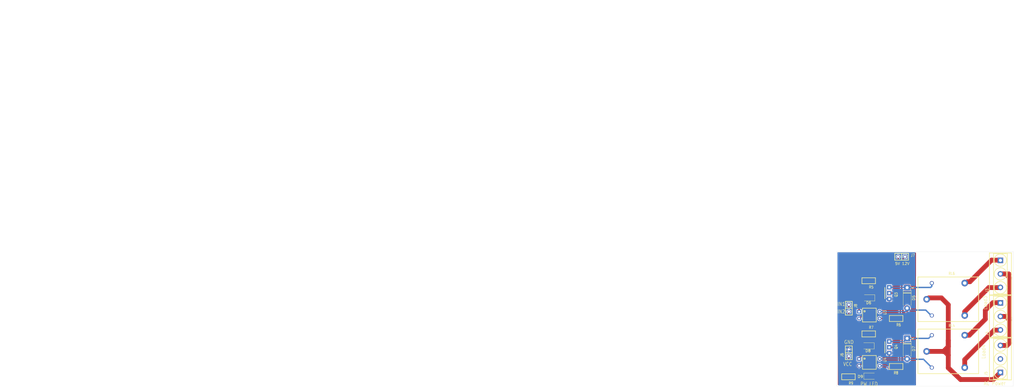
<source format=kicad_pcb>
(kicad_pcb (version 20211014) (generator pcbnew)
  (layers (0 "F.Cu" signal) (31 "B.Cu" signal) (34 "B.Paste" user) (35 "F.Paste" user) (36 "B.SilkS" user "B.Silkscreen") (37 "F.SilkS" user "F.Silkscreen") (38 "B.Mask" user) (39 "F.Mask" user) (44 "Edge.Cuts" user))
  (net 0 "")
  (net 1 "+5V")
  (net 2 "GND")
  (net 3 "P")
  (net 4 "Net-(D5-Pad1)")
  (net 5 "Net-(D6-Pad1)")
  (net 6 "Net-(D7-Pad1)")
  (net 7 "Net-(D8-Pad1)")
  (net 8 "Net-(D9-Pad1)")
  (net 9 "Net-(J3-Pad1)")
  (net 10 "Net-(J3-Pad3)")
  (net 11 "Net-(J4-Pad1)")
  (net 12 "Net-(J4-Pad3)")
  (net 14 "rly3")
  (net 15 "rly4")
  (net 16 "Net-(Q3-Pad2)")
  (net 17 "Net-(Q4-Pad2)")
  (net 18 "Net-(R5-Pad1)")
  (net 19 "Net-(R6-Pad2)")
  (net 20 "Net-(R7-Pad1)")
  (net 21 "Net-(R8-Pad2)")
  (net 22 "N")
  (net 23 "12V")
  (footprint "EasyEDA:TO92-INLINExx96xvaluexx96xBC547B" (layer "F.Cu") (at 129.286 134.874 -90)
    (fp_text reference "Q4" (at 0.762 -2.54 90) (layer "F.SilkS") (effects (font (size 1.029 0.857) (thickness 0.142)) (justify left)))
    (fp_text value "BC547A" hide)
    (fp_line (start -2.083 1.651) (end 2.083 1.651) (layer "F.SilkS") (width 0.254))
    (pad "1" thru_hole rect (at -2.159 0 270) (size 1.676 1.676) (drill 0.813) (layers *.Cu *.Paste *.Mask) (net 6 "Net-(D7-Pad1)"))
    (pad "2" thru_hole rect (at 0 0 270) (size 1.676 1.676) (drill 0.813) (layers *.Cu *.Paste *.Mask) (net 17 "Net-(Q4-Pad2)"))
    (pad "3" thru_hole rect (at 2.159 0 270) (size 1.676 1.676) (drill 0.813) (layers *.Cu *.Paste *.Mask) (net 2 "GND"))
  )
  (footprint "LED_SMD:LED_1206_3216Metric" (layer "F.Cu") (at 121.412 134.366 180)
    (fp_text reference "D8" (at 0 -1.82 180) (layer "F.SilkS"))
    (fp_text value "SMD LED")
    (fp_line (start -2.285 -1.135) (end -2.285 1.135) (layer "F.SilkS") (width 0.12))
    (fp_line (start 1.6 -1.135) (end -2.285 -1.135) (layer "F.SilkS") (width 0.12))
    (fp_line (start -2.285 1.135) (end 1.6 1.135) (layer "F.SilkS") (width 0.12))
    (pad "1" smd roundrect (at -1.4 0 180) (size 1.25 1.75) (layers "F.Cu" "F.Paste" "F.Mask") (roundrect_rratio 0.2) (net 7 "Net-(D8-Pad1)") (clearance 0.2))
    (pad "2" smd roundrect (at 1.4 0 180) (size 1.25 1.75) (layers "F.Cu" "F.Paste" "F.Mask") (roundrect_rratio 0.2) (net 15 "rly4"))
  )
  (footprint "EasyEDA:H3-5.0-15.5X8.0MMxx96xvaluexx96xAC In" (layer "F.Cu") (at 170.434 139.192 180)
    (fp_text reference "J5" (at 5.334 -6.223 90) (layer "F.SilkS") (effects (font (size 1.029 0.857) (thickness 0.142)) (justify left)))
    (fp_text value "ExternalPower" hide)
    (fp_line (start -4.064 -7.747) (end 4.064 -7.747) (layer "F.SilkS") (width 0.254))
    (fp_line (start 2.54 -7.493) (end 2.54 7.493) (layer "F.SilkS") (width 0.254))
    (fp_line (start 4.064 -7.747) (end 4.064 7.747) (layer "F.SilkS") (width 0.254))
    (fp_line (start -4.064 7.747) (end -4.064 -7.747) (layer "F.SilkS") (width 0.254))
    (fp_line (start 2.54 7.493) (end -2.54 7.493) (layer "F.SilkS") (width 0.254))
    (fp_line (start -2.54 -7.493) (end 2.54 -7.493) (layer "F.SilkS") (width 0.254))
    (fp_line (start -2.54 7.493) (end -2.54 -7.493) (layer "F.SilkS") (width 0.254))
    (fp_line (start 4.064 7.747) (end -4.064 7.747) (layer "F.SilkS") (width 0.254))
    (fp_circle (center 0 5.08) (end 2.286 5.08) (layer "F.SilkS") (width 0.254) (fill none))
    (fp_circle (center 0 0) (end 2.286 0) (layer "F.SilkS") (width 0.254) (fill none))
    (fp_circle (center 0 -5.08) (end 2.286 -5.08) (layer "F.SilkS") (width 0.254) (fill none))
    (pad "1" thru_hole rect (at 0 -5.004 180) (size 2.032 2.032) (drill 1.168) (layers *.Cu *.Paste *.Mask) (net 3 "P"))
    (pad "2" thru_hole circle (at 0 0 180) (size 2.032 2.032) (drill 1.168) (layers *.Cu *.Paste *.Mask))
    (pad "3" thru_hole circle (at 0 5.004 180) (size 2.032 2.032) (drill 1.168) (layers *.Cu *.Paste *.Mask) (net 22 "N"))
  )
  (footprint "EasyEDA:R1206xx96xvaluexx96x1k" (layer "F.Cu") (at 115.57 145.796 180)
    (fp_text reference "R9" (at 1.4 -2.37) (layer "F.SilkS") (effects (font (size 1.029 0.857) (thickness 0.142)) (justify left)))
    (fp_text value "1k" hide)
    (fp_line (start -1.1 -1.1) (end 3.9 -1.1) (layer "F.SilkS") (width 0.229))
    (fp_line (start -1.1 1.1) (end -1.1 -1.1) (layer "F.SilkS") (width 0.229))
    (fp_line (start 3.9 1.1) (end -1.1 1.1) (layer "F.SilkS") (width 0.229))
    (fp_line (start 3.9 -1.1) (end 3.9 1.1) (layer "F.SilkS") (width 0.229))
    (pad "1" smd rect (at 0 0 180) (size 1.6 1.6) (layers "F.Cu" "F.Paste" "F.Mask") (net 8 "Net-(D9-Pad1)"))
    (pad "2" smd rect (at 2.799 0 180) (size 1.6 1.6) (layers "F.Cu" "F.Paste" "F.Mask") (net 1 "+5V"))
  )
  (footprint "EasyEDA:DIP4xx96xvaluexx96xPCF817" (layer "F.Cu") (at 118.11 139.192 -90)
    (fp_text reference "U4" (at 1.27 -9.588 90) (layer "F.SilkS") (effects (font (size 1.029 0.857) (thickness 0.142)) (justify left)))
    (fp_text value "PCF817" hide)
    (fp_line (start 3.81 -6.35) (end -1.27 -6.35) (layer "F.SilkS") (width 0.229))
    (fp_line (start 3.81 -1.27) (end 3.81 -6.35) (layer "F.SilkS") (width 0.229))
    (fp_line (start -1.27 -1.27) (end 3.81 -1.27) (layer "F.SilkS") (width 0.229))
    (fp_line (start -1.27 -6.35) (end -1.27 -1.27) (layer "F.SilkS") (width 0.229))
    (fp_circle (center -0.127 -2.032) (end 0.127 -2.032) (layer "F.SilkS") (width 0.254) (fill none))
    (pad "1" thru_hole rect (at 0 0 270) (size 1.397 1.397) (drill 0.711) (layers *.Cu *.Paste *.Mask) (net 20 "Net-(R7-Pad1)"))
    (pad "2" thru_hole circle (at 2.54 0 270) (size 1.397 1.397) (drill 0.711) (layers *.Cu *.Paste *.Mask) (net 7 "Net-(D8-Pad1)") (clearance 0.2))
    (pad "3" thru_hole circle (at 2.54 -7.62 270) (size 1.397 1.397) (drill 0.711) (layers *.Cu *.Paste *.Mask) (net 21 "Net-(R8-Pad2)"))
    (pad "4" thru_hole circle (at 0 -7.62 270) (size 1.397 1.397) (drill 0.711) (layers *.Cu *.Paste *.Mask) (net 23 "12V"))
  )
  (footprint "EasyEDA:M1X2xx96xvaluexx96xPW In" (layer "F.Cu") (at 114.3 120.396 -90)
    (fp_text reference "J8" (at 0 -2.54 -270) (layer "F.SilkS") (effects (font (size 1.029 0.857) (thickness 0.142)) (justify left)))
    (fp_text value "input" hide)
    (fp_line (start 2.54 1.27) (end 0 1.27) (layer "F.SilkS") (width 0.254))
    (fp_line (start 2.54 -1.27) (end 2.54 1.27) (layer "F.SilkS") (width 0.254))
    (fp_line (start -2.54 -1.27) (end 0 -1.27) (layer "F.SilkS") (width 0.254))
    (fp_line (start -2.54 1.27) (end -2.54 -1.27) (layer "F.SilkS") (width 0.254))
    (fp_line (start 0 1.27) (end 0 -1.27) (layer "F.SilkS") (width 0.254))
    (fp_line (start 0 -1.27) (end 2.54 -1.27) (layer "F.SilkS") (width 0.254))
    (fp_line (start 0 1.27) (end -2.54 1.27) (layer "F.SilkS") (width 0.254))
    (pad "1" thru_hole rect (at -1.27 0 270) (size 1.199 1.199) (drill 0.798) (layers *.Cu *.Paste *.Mask) (net 14 "rly3"))
    (pad "2" thru_hole circle (at 1.27 0 270) (size 1.199 1.199) (drill 0.798) (layers *.Cu *.Paste *.Mask) (net 15 "rly4"))
  )
  (footprint "EasyEDA:DIP4xx96xvaluexx96xPCF817" (layer "F.Cu") (at 118.11 121.666 -90)
    (fp_text reference "U3" (at 1.27 -9.588 90) (layer "F.SilkS") (effects (font (size 1.029 0.857) (thickness 0.142)) (justify left)))
    (fp_text value "PCF817" hide)
    (fp_line (start 3.81 -1.27) (end 3.81 -6.35) (layer "F.SilkS") (width 0.229))
    (fp_line (start 3.81 -6.35) (end -1.27 -6.35) (layer "F.SilkS") (width 0.229))
    (fp_line (start -1.27 -6.35) (end -1.27 -1.27) (layer "F.SilkS") (width 0.229))
    (fp_line (start -1.27 -1.27) (end 3.81 -1.27) (layer "F.SilkS") (width 0.229))
    (fp_circle (center -0.127 -2.032) (end 0.127 -2.032) (layer "F.SilkS") (width 0.254) (fill none))
    (pad "1" thru_hole rect (at 0 0 270) (size 1.397 1.397) (drill 0.711) (layers *.Cu *.Paste *.Mask) (net 18 "Net-(R5-Pad1)"))
    (pad "2" thru_hole circle (at 2.54 0 270) (size 1.397 1.397) (drill 0.711) (layers *.Cu *.Paste *.Mask) (net 5 "Net-(D6-Pad1)"))
    (pad "3" thru_hole circle (at 2.54 -7.62 270) (size 1.397 1.397) (drill 0.711) (layers *.Cu *.Paste *.Mask) (net 19 "Net-(R6-Pad2)"))
    (pad "4" thru_hole circle (at 0 -7.62 270) (size 1.397 1.397) (drill 0.711) (layers *.Cu *.Paste *.Mask) (net 23 "12V"))
  )
  (footprint "LED_SMD:LED_1206_3216Metric" (layer "F.Cu") (at 122.174 145.542)
    (fp_text reference "D9" (at -3.588 0.18) (layer "F.SilkS"))
    (fp_text value "SMD LED")
    (fp_line (start -2.285 -1.135) (end -2.285 1.135) (layer "F.SilkS") (width 0.12))
    (fp_line (start -2.285 1.135) (end 1.6 1.135) (layer "F.SilkS") (width 0.12))
    (fp_line (start 1.6 -1.135) (end -2.285 -1.135) (layer "F.SilkS") (width 0.12))
    (pad "1" smd roundrect (at -1.4 0) (size 1.25 1.75) (layers "F.Cu" "F.Paste" "F.Mask") (roundrect_rratio 0.2) (net 8 "Net-(D9-Pad1)"))
    (pad "2" smd roundrect (at 1.4 0) (size 1.25 1.75) (layers "F.Cu" "F.Paste" "F.Mask") (roundrect_rratio 0.2) (net 2 "GND"))
  )
  (footprint "Diode_THT:D_DO-41_SOD81_P7.62mm_Horizontal" (layer "F.Cu") (at 135.89 112.776 -90)
    (fp_text reference "D5" (at 3.81 -2.47 -90) (layer "F.SilkS"))
    (fp_text value "1N4007")
    (fp_text user "K" (at 0 -2.1 -90) (layer "F.SilkS"))
    (fp_line (start 6.53 -1.47) (end 6.53 -1.34) (layer "F.SilkS") (width 0.12))
    (fp_line (start 1.87 -1.47) (end 1.87 1.47) (layer "F.SilkS") (width 0.12))
    (fp_line (start 1.09 1.47) (end 6.53 1.47) (layer "F.SilkS") (width 0.12))
    (fp_line (start 1.09 -1.47) (end 6.53 -1.47) (layer "F.SilkS") (width 0.12))
    (fp_line (start 1.09 1.34) (end 1.09 1.47) (layer "F.SilkS") (width 0.12))
    (fp_line (start 2.11 -1.47) (end 2.11 1.47) (layer "F.SilkS") (width 0.12))
    (fp_line (start 1.09 -1.34) (end 1.09 -1.47) (layer "F.SilkS") (width 0.12))
    (fp_line (start 6.53 1.47) (end 6.53 1.34) (layer "F.SilkS") (width 0.12))
    (fp_line (start 1.99 -1.47) (end 1.99 1.47) (layer "F.SilkS") (width 0.12))
    (pad "1" thru_hole rect (at 0 0 270) (size 2.2 2.2) (drill 1.1) (layers *.Cu *.Mask) (net 4 "Net-(D5-Pad1)") (clearance 0.2))
    (pad "2" thru_hole oval (at 7.62 0 270) (size 2.2 2.2) (drill 1.1) (layers *.Cu *.Mask) (net 23 "12V"))
  )
  (footprint "EasyEDA:R1206xx96xvaluexx96x1k" (layer "F.Cu") (at 123.066 110.236 180)
    (fp_text reference "R5" (at 1.4 -2.37) (layer "F.SilkS") (effects (font (size 1.029 0.857) (thickness 0.142)) (justify left)))
    (fp_text value "1k" hide)
    (fp_line (start -1.1 -1.1) (end 3.9 -1.1) (layer "F.SilkS") (width 0.229))
    (fp_line (start -1.1 1.1) (end -1.1 -1.1) (layer "F.SilkS") (width 0.229))
    (fp_line (start 3.9 -1.1) (end 3.9 1.1) (layer "F.SilkS") (width 0.229))
    (fp_line (start 3.9 1.1) (end -1.1 1.1) (layer "F.SilkS") (width 0.229))
    (pad "1" smd rect (at 0 0 180) (size 1.6 1.6) (layers "F.Cu" "F.Paste" "F.Mask") (net 18 "Net-(R5-Pad1)"))
    (pad "2" smd rect (at 2.799 0 180) (size 1.6 1.6) (layers "F.Cu" "F.Paste" "F.Mask") (net 1 "+5V"))
  )
  (footprint "EasyEDA:M1X2xx96xvaluexx96xPW In" (layer "F.Cu") (at 114.3 136.906 90)
    (fp_text reference "J6" (at 0 -2.54 90) (layer "F.SilkS") (effects (font (size 1.029 0.857) (thickness 0.142)) (justify right)))
    (fp_text value "pwr" hide)
    (fp_line (start 2.54 1.27) (end 0 1.27) (layer "F.SilkS") (width 0.254))
    (fp_line (start 2.54 -1.27) (end 2.54 1.27) (layer "F.SilkS") (width 0.254))
    (fp_line (start 0 -1.27) (end 2.54 -1.27) (layer "F.SilkS") (width 0.254))
    (fp_line (start -2.54 -1.27) (end 0 -1.27) (layer "F.SilkS") (width 0.254))
    (fp_line (start -2.54 1.27) (end -2.54 -1.27) (layer "F.SilkS") (width 0.254))
    (fp_line (start 0 1.27) (end -2.54 1.27) (layer "F.SilkS") (width 0.254))
    (fp_line (start 0 1.27) (end 0 -1.27) (layer "F.SilkS") (width 0.254))
    (pad "1" thru_hole rect (at -1.27 0 90) (size 1.199 1.199) (drill 0.798) (layers *.Cu *.Paste *.Mask) (net 1 "+5V"))
    (pad "2" thru_hole circle (at 1.27 0 90) (size 1.199 1.199) (drill 0.798) (layers *.Cu *.Paste *.Mask) (net 2 "GND"))
  )
  (footprint "Diode_THT:D_DO-41_SOD81_P7.62mm_Horizontal" (layer "F.Cu") (at 135.89 131.572 -90)
    (fp_text reference "D7" (at 3.81 -2.47 -90) (layer "F.SilkS"))
    (fp_text value "1N4007")
    (fp_text user "K" (at 0 -2.1 -90) (layer "F.SilkS"))
    (fp_line (start 6.53 -1.47) (end 6.53 -1.34) (layer "F.SilkS") (width 0.12))
    (fp_line (start 1.09 1.34) (end 1.09 1.47) (layer "F.SilkS") (width 0.12))
    (fp_line (start 1.09 -1.47) (end 6.53 -1.47) (layer "F.SilkS") (width 0.12))
    (fp_line (start 1.87 -1.47) (end 1.87 1.47) (layer "F.SilkS") (width 0.12))
    (fp_line (start 1.09 -1.34) (end 1.09 -1.47) (layer "F.SilkS") (width 0.12))
    (fp_line (start 1.99 -1.47) (end 1.99 1.47) (layer "F.SilkS") (width 0.12))
    (fp_line (start 2.11 -1.47) (end 2.11 1.47) (layer "F.SilkS") (width 0.12))
    (fp_line (start 6.53 1.47) (end 6.53 1.34) (layer "F.SilkS") (width 0.12))
    (fp_line (start 1.09 1.47) (end 6.53 1.47) (layer "F.SilkS") (width 0.12))
    (pad "1" thru_hole rect (at 0 0 270) (size 2.2 2.2) (drill 1.1) (layers *.Cu *.Mask) (net 6 "Net-(D7-Pad1)"))
    (pad "2" thru_hole oval (at 7.62 0 270) (size 2.2 2.2) (drill 1.1) (layers *.Cu *.Mask) (net 23 "12V"))
  )
  (footprint "EasyEDA:M1X2xx96xvaluexx96xPW In" (layer "F.Cu") (at 133.858 101.346 180)
    (fp_text reference "J7" (at -3.302 0.508) (layer "F.SilkS") (effects (font (size 1.029 0.857) (thickness 0.142)) (justify left)))
    (fp_text value "Vcc" hide)
    (fp_line (start -2.54 1.27) (end -2.54 -1.27) (layer "F.SilkS") (width 0.254))
    (fp_line (start 0 -1.27) (end 2.54 -1.27) (layer "F.SilkS") (width 0.254))
    (fp_line (start 2.54 1.27) (end 0 1.27) (layer "F.SilkS") (width 0.254))
    (fp_line (start 2.54 -1.27) (end 2.54 1.27) (layer "F.SilkS") (width 0.254))
    (fp_line (start 0 1.27) (end 0 -1.27) (layer "F.SilkS") (width 0.254))
    (fp_line (start 0 1.27) (end -2.54 1.27) (layer "F.SilkS") (width 0.254))
    (fp_line (start -2.54 -1.27) (end 0 -1.27) (layer "F.SilkS") (width 0.254))
    (pad "1" thru_hole rect (at -1.27 0 180) (size 1.199 1.199) (drill 0.798) (layers *.Cu *.Paste *.Mask) (net 23 "12V"))
    (pad "2" thru_hole circle (at 1.27 0 180) (size 1.199 1.199) (drill 0.798) (layers *.Cu *.Paste *.Mask) (net 1 "+5V"))
  )
  (footprint "EasyEDA:R1206xx96xvaluexx96x1k" (layer "F.Cu") (at 120.266 129.921)
    (fp_text reference "R7" (at 1.4 -2.37 -180) (layer "F.SilkS") (effects (font (size 1.029 0.857) (thickness 0.142)) (justify left)))
    (fp_text value "1k" hide)
    (fp_line (start -1.1 1.1) (end -1.1 -1.1) (layer "F.SilkS") (width 0.229))
    (fp_line (start -1.1 -1.1) (end 3.9 -1.1) (layer "F.SilkS") (width 0.229))
    (fp_line (start 3.9 -1.1) (end 3.9 1.1) (layer "F.SilkS") (width 0.229))
    (fp_line (start 3.9 1.1) (end -1.1 1.1) (layer "F.SilkS") (width 0.229))
    (pad "1" smd rect (at 0 0) (size 1.6 1.6) (layers "F.Cu" "F.Paste" "F.Mask") (net 20 "Net-(R7-Pad1)"))
    (pad "2" smd rect (at 2.799 0) (size 1.6 1.6) (layers "F.Cu" "F.Paste" "F.Mask") (net 1 "+5V"))
  )
  (footprint "LED_SMD:LED_1206_3216Metric" (layer "F.Cu") (at 121.666 116.586 180)
    (fp_text reference "D6" (at 0 -1.82) (layer "F.SilkS"))
    (fp_text value "SMD LED")
    (fp_line (start 1.6 -1.135) (end -2.285 -1.135) (layer "F.SilkS") (width 0.12))
    (fp_line (start -2.285 -1.135) (end -2.285 1.135) (layer "F.SilkS") (width 0.12))
    (fp_line (start -2.285 1.135) (end 1.6 1.135) (layer "F.SilkS") (width 0.12))
    (pad "1" smd roundrect (at -1.4 0 180) (size 1.25 1.75) (layers "F.Cu" "F.Paste" "F.Mask") (roundrect_rratio 0.2) (net 5 "Net-(D6-Pad1)") (clearance 0.2))
    (pad "2" smd roundrect (at 1.4 0 180) (size 1.25 1.75) (layers "F.Cu" "F.Paste" "F.Mask") (roundrect_rratio 0.2) (net 14 "rly3"))
  )
  (footprint "EasyEDA:Omron_G5LE_SPDT_Relayxx96xvaluexx96x12v" (layer "F.Cu") (at 151.13 136.398)
    (fp_text reference "RL4" (at 0 -9.52) (layer "F.SilkS") (effects (font (size 1.029 0.857) (thickness 0.142)) (justify left)))
    (fp_text value "12v RLY" hide)
    (fp_line (start 11.25 -8.25) (end 11.25 8.25) (layer "F.SilkS") (width 0.254))
    (fp_line (start 11.25 8.25) (end -11.25 8.25) (layer "F.SilkS") (width 0.254))
    (fp_line (start -11.25 -8.25) (end 11.25 -8.25) (layer "F.SilkS") (width 0.254))
    (fp_line (start -11.25 8.25) (end -11.25 -8.25) (layer "F.SilkS") (width 0.254))
    (pad "1" thru_hole circle (at -8.001 0) (size 2.456 2.456) (drill 1.3) (layers *.Cu *.Paste *.Mask) (net 3 "P"))
    (pad "2" thru_hole circle (at -6.096 5.999) (size 1.491 1.491) (drill 1) (layers *.Cu *.Paste *.Mask) (net 23 "12V"))
    (pad "3" thru_hole circle (at 6.096 5.999) (size 2.456 2.456) (drill 1.3) (layers *.Cu *.Paste *.Mask) (net 12 "Net-(J4-Pad3)"))
    (pad "4" thru_hole circle (at 6.096 -5.999) (size 2.456 2.456) (drill 1.3) (layers *.Cu *.Paste *.Mask) (net 11 "Net-(J4-Pad1)"))
    (pad "5" thru_hole circle (at -6.096 -5.999) (size 1.491 1.491) (drill 1) (layers *.Cu *.Paste *.Mask) (net 6 "Net-(D7-Pad1)"))
  )
  (footprint "EasyEDA:R1206xx96xvaluexx96x1k" (layer "F.Cu") (at 133.226 141.986 180)
    (fp_text reference "R8" (at 0.511 -2.37) (layer "F.SilkS") (effects (font (size 1.029 0.857) (thickness 0.142)) (justify right)))
    (fp_text value "1k" hide)
    (fp_line (start -1.1 -1.1) (end 3.9 -1.1) (layer "F.SilkS") (width 0.229))
    (fp_line (start -1.1 1.1) (end -1.1 -1.1) (layer "F.SilkS") (width 0.229))
    (fp_line (start 3.9 -1.1) (end 3.9 1.1) (layer "F.SilkS") (width 0.229))
    (fp_line (start 3.9 1.1) (end -1.1 1.1) (layer "F.SilkS") (width 0.229))
    (pad "1" smd rect (at 0 0 180) (size 1.6 1.6) (layers "F.Cu" "F.Paste" "F.Mask") (net 17 "Net-(Q4-Pad2)"))
    (pad "2" smd rect (at 2.799 0 180) (size 1.6 1.6) (layers "F.Cu" "F.Paste" "F.Mask") (net 21 "Net-(R8-Pad2)"))
  )
  (footprint "EasyEDA:R1206xx96xvaluexx96x1k" (layer "F.Cu") (at 133.226 124.206 180)
    (fp_text reference "R6" (at 1.4 -2.37) (layer "F.SilkS") (effects (font (size 1.029 0.857) (thickness 0.142)) (justify left)))
    (fp_text value "1k" hide)
    (fp_line (start -1.1 -1.1) (end 3.9 -1.1) (layer "F.SilkS") (width 0.229))
    (fp_line (start 3.9 1.1) (end -1.1 1.1) (layer "F.SilkS") (width 0.229))
    (fp_line (start 3.9 -1.1) (end 3.9 1.1) (layer "F.SilkS") (width 0.229))
    (fp_line (start -1.1 1.1) (end -1.1 -1.1) (layer "F.SilkS") (width 0.229))
    (pad "1" smd rect (at 0 0 180) (size 1.6 1.6) (layers "F.Cu" "F.Paste" "F.Mask") (net 16 "Net-(Q3-Pad2)"))
    (pad "2" smd rect (at 2.799 0 180) (size 1.6 1.6) (layers "F.Cu" "F.Paste" "F.Mask") (net 19 "Net-(R6-Pad2)"))
  )
  (footprint "EasyEDA:TO92-INLINExx96xvaluexx96xBC547B" (layer "F.Cu") (at 129.286 114.808 -90)
    (fp_text reference "Q3" (at 1.524 -2.54 90) (layer "F.SilkS") (effects (font (size 1.029 0.857) (thickness 0.142)) (justify left)))
    (fp_text value "BC547A" hide)
    (fp_line (start -2.083 1.651) (end 2.083 1.651) (layer "F.SilkS") (width 0.254))
    (pad "1" thru_hole rect (at -2.159 0 270) (size 1.676 1.676) (drill 0.813) (layers *.Cu *.Paste *.Mask) (net 4 "Net-(D5-Pad1)"))
    (pad "2" thru_hole rect (at 0 0 270) (size 1.676 1.676) (drill 0.813) (layers *.Cu *.Paste *.Mask) (net 16 "Net-(Q3-Pad2)"))
    (pad "3" thru_hole rect (at 2.159 0 270) (size 1.676 1.676) (drill 0.813) (layers *.Cu *.Paste *.Mask) (net 2 "GND"))
  )
  (footprint "EasyEDA:Omron_G5LE_SPDT_Relayxx96xvaluexx96x12v" (layer "F.Cu") (at 151.13 117.094)
    (fp_text reference "RL6" (at 0 -9.52) (layer "F.SilkS") (effects (font (size 1.029 0.857) (thickness 0.142)) (justify left)))
    (fp_text value "12v RLY" hide)
    (fp_line (start 11.25 8.25) (end -11.25 8.25) (layer "F.SilkS") (width 0.254))
    (fp_line (start -11.25 8.25) (end -11.25 -8.25) (layer "F.SilkS") (width 0.254))
    (fp_line (start 11.25 -8.25) (end 11.25 8.25) (layer "F.SilkS") (width 0.254))
    (fp_line (start -11.25 -8.25) (end 11.25 -8.25) (layer "F.SilkS") (width 0.254))
    (pad "1" thru_hole circle (at -8.001 0) (size 2.456 2.456) (drill 1.3) (layers *.Cu *.Paste *.Mask) (net 3 "P"))
    (pad "2" thru_hole circle (at -6.096 5.999) (size 1.491 1.491) (drill 1) (layers *.Cu *.Paste *.Mask) (net 23 "12V"))
    (pad "3" thru_hole circle (at 6.096 5.999) (size 2.456 2.456) (drill 1.3) (layers *.Cu *.Paste *.Mask) (net 10 "Net-(J3-Pad3)"))
    (pad "4" thru_hole circle (at 6.096 -5.999) (size 2.456 2.456) (drill 1.3) (layers *.Cu *.Paste *.Mask) (net 9 "Net-(J3-Pad1)"))
    (pad "5" thru_hole circle (at -6.096 -5.999) (size 1.491 1.491) (drill 1) (layers *.Cu *.Paste *.Mask) (net 4 "Net-(D5-Pad1)"))
  )
  (footprint "EasyEDA:H3-5.0-15.5X8.0MMxx96xvaluexx96xAC In" (layer "F.Cu") (at 170.434 123.444)
    (fp_text reference "J4" (at -4.953 7.112 -270) (layer "F.SilkS") (effects (font (size 1.029 0.857) (thickness 0.142)) (justify left)))
    (fp_text value "Load4" hide)
    (fp_line (start -4.064 7.747) (end -4.064 -7.747) (layer "F.SilkS") (width 0.254))
    (fp_line (start 4.064 7.747) (end -4.064 7.747) (layer "F.SilkS") (width 0.254))
    (fp_line (start 4.064 -7.747) (end 4.064 7.747) (layer "F.SilkS") (width 0.254))
    (fp_line (start -4.064 -7.747) (end 4.064 -7.747) (layer "F.SilkS") (width 0.254))
    (fp_line (start 2.54 -7.493) (end 2.54 7.493) (layer "F.SilkS") (width 0.254))
    (fp_line (start -2.54 -7.493) (end 2.54 -7.493) (layer "F.SilkS") (width 0.254))
    (fp_line (start 2.54 7.493) (end -2.54 7.493) (layer "F.SilkS") (width 0.254))
    (fp_line (start -2.54 7.493) (end -2.54 -7.493) (layer "F.SilkS") (width 0.254))
    (fp_circle (center 0 -5.08) (end 2.286 -5.08) (layer "F.SilkS") (width 0.254) (fill none))
    (fp_circle (center 0 0) (end 2.286 0) (layer "F.SilkS") (width 0.254) (fill none))
    (fp_circle (center 0 5.08) (end 2.286 5.08) (layer "F.SilkS") (width 0.254) (fill none))
    (pad "1" thru_hole rect (at 0 -5.004) (size 2.032 2.032) (drill 1.168) (layers *.Cu *.Paste *.Mask) (net 11 "Net-(J4-Pad1)"))
    (pad "2" thru_hole circle (at 0 0) (size 2.032 2.032) (drill 1.168) (layers *.Cu *.Paste *.Mask) (net 22 "N"))
    (pad "3" thru_hole circle (at 0 5.004) (size 2.032 2.032) (drill 1.168) (layers *.Cu *.Paste *.Mask) (net 12 "Net-(J4-Pad3)"))
  )
  (footprint "EasyEDA:H3-5.0-15.5X8.0MMxx96xvaluexx96xAC In" (layer "F.Cu") (at 170.434 107.696)
    (fp_text reference "J3" (at -4.953 6.985 -90) (layer "F.SilkS") (effects (font (size 1.029 0.857) (thickness 0.142)) (justify left)))
    (fp_text value "Loa3" hide)
    (fp_line (start 4.064 7.747) (end -4.064 7.747) (layer "F.SilkS") (width 0.254))
    (fp_line (start -4.064 -7.747) (end 4.064 -7.747) (layer "F.SilkS") (width 0.254))
    (fp_line (start 2.54 7.493) (end -2.54 7.493) (layer "F.SilkS") (width 0.254))
    (fp_line (start -4.064 7.747) (end -4.064 -7.747) (layer "F.SilkS") (width 0.254))
    (fp_line (start -2.54 -7.493) (end 2.54 -7.493) (layer "F.SilkS") (width 0.254))
    (fp_line (start 4.064 -7.747) (end 4.064 7.747) (layer "F.SilkS") (width 0.254))
    (fp_line (start -2.54 7.493) (end -2.54 -7.493) (layer "F.SilkS") (width 0.254))
    (fp_line (start 2.54 -7.493) (end 2.54 7.493) (layer "F.SilkS") (width 0.254))
    (fp_circle (center 0 0) (end 2.286 0) (layer "F.SilkS") (width 0.254) (fill none))
    (fp_circle (center 0 -5.08) (end 2.286 -5.08) (layer "F.SilkS") (width 0.254) (fill none))
    (fp_circle (center 0 5.08) (end 2.286 5.08) (layer "F.SilkS") (width 0.254) (fill none))
    (pad "1" thru_hole rect (at 0 -5.004) (size 2.032 2.032) (drill 1.168) (layers *.Cu *.Paste *.Mask) (net 9 "Net-(J3-Pad1)"))
    (pad "2" thru_hole circle (at 0 0) (size 2.032 2.032) (drill 1.168) (layers *.Cu *.Paste *.Mask) (net 22 "N"))
    (pad "3" thru_hole circle (at 0 5.004) (size 2.032 2.032) (drill 1.168) (layers *.Cu *.Paste *.Mask) (net 10 "Net-(J3-Pad3)"))
  )
  (gr_rect (start 109.855 99.441) (end 175.26 149.225) (layer "Edge.Cuts") (width 0.05) (fill none))
  (gr_text "GND" (at 112.522 132.969) (layer "F.SilkS") (effects (font (size 1.372 1.143) (thickness 0.142)) (justify left)))
  (gr_text "Load4" (at 164.211 139.192 90) (layer "F.SilkS") (effects (font (size 1.372 1.143) (thickness 0.142)) (justify left)))
  (gr_text "VCC" (at 112.141 141.097) (layer "F.SilkS") (effects (font (size 1.372 1.143) (thickness 0.142)) (justify left)))
  (gr_text "IN2" (at 109.982 121.666) (layer "F.SilkS") (effects (font (size 1.372 1.143) (thickness 0.142)) (justify left)))
  (gr_text "AC Power" (at 164.211 148.209) (layer "F.SilkS") (effects (font (size 1.372 1.143) (thickness 0.142)) (justify left)))
  (gr_text "PW LED" (at 118.491 148.463) (layer "F.SilkS") (effects (font (size 1.372 1.143) (thickness 0.142)) (justify left)))
  (gr_text "12V" (at 135.382 103.886) (layer "F.SilkS") (effects (font (size 1 1))))
  (gr_text "IN1" (at 109.982 118.872) (layer "F.SilkS") (effects (font (size 1.372 1.143) (thickness 0.142)) (justify left)))
  (gr_text "Load3" (at 164.846 121.031 90) (layer "F.SilkS") (effects (font (size 1.372 1.143) (thickness 0.142)) (justify left)))
  (gr_text "5V" (at 132.334 103.886) (layer "F.SilkS") (effects (font (size 1 1))))
  (segment (start 125.0188 118.2116) (end 123.444 119.7864) (width 0.5) (layer "F.Cu") (net 1))
  (segment (start 124.2568 131.1128) (end 124.2568 137.209425) (width 0.5) (layer "F.Cu") (net 1))
  (segment (start 123.444 129.542) (end 123.065 129.921) (width 0.25) (layer "F.Cu") (net 1))
  (segment (start 114.3 143.256) (end 114.8055 143.7615) (width 0.5) (layer "F.Cu") (net 1))
  (segment (start 124.2568 137.209425) (end 117.704725 143.7615) (width 0.5) (layer "F.Cu") (net 1))
  (segment (start 124.46 111.76) (end 120.65 111.76) (width 0.5) (layer "F.Cu") (net 1))
  (segment (start 114.8055 143.7615) (end 112.771 145.796) (width 0.5) (layer "F.Cu") (net 1))
  (segment (start 132.588 101.346) (end 132.588 103.632) (width 0.5) (layer "F.Cu") (net 1))
  (segment (start 123.762 130.618) (end 124.2568 131.1128) (width 0.5) (layer "F.Cu") (net 1))
  (segment (start 117.704725 143.7615) (end 114.8055 143.7615) (width 0.5) (layer "F.Cu") (net 1))
  (segment (start 125.0188 112.3188) (end 125.0188 118.2116) (width 0.5) (layer "F.Cu") (net 1))
  (segment (start 120.65 111.76) (end 120.267 111.377) (width 0.5) (layer "F.Cu") (net 1))
  (segment (start 114.3 138.176) (end 114.3 143.256) (width 0.5) (layer "F.Cu") (net 1))
  (segment (start 124.46 111.76) (end 125.0188 112.3188) (width 0.5) (layer "F.Cu") (net 1))
  (segment (start 123.444 119.7864) (end 123.444 129.542) (width 0.5) (layer "F.Cu") (net 1))
  (segment (start 124.46 111.76) (end 132.588 103.632) (width 0.5) (layer "F.Cu") (net 1))
  (segment (start 120.267 111.377) (end 120.267 110.236) (width 0.5) (layer "F.Cu") (net 1))
  (segment (start 123.065 129.921) (end 123.762 130.618) (width 0.25) (layer "F.Cu") (net 1))
  (segment (start 129.286 140.216) (end 129.286 137.033) (width 0.508) (layer "F.Cu") (net 2))
  (segment (start 123.342 145.797) (end 124.713 145.797) (width 0.508) (layer "F.Cu") (net 2))
  (segment (start 125.095 145.415) (end 125.095 144.407) (width 0.508) (layer "F.Cu") (net 2))
  (segment (start 124.713 145.797) (end 125.095 145.415) (width 0.508) (layer "F.Cu") (net 2))
  (segment (start 125.095 144.407) (end 129.286 140.216) (width 0.508) (layer "F.Cu") (net 2))
  (segment (start 129.286 137.033) (end 115.408 137.033) (width 0.508) (layer "B.Cu") (net 2))
  (segment (start 129.286 116.967) (end 127.813 116.967) (width 0.508) (layer "B.Cu") (net 2))
  (segment (start 115.408 137.033) (end 114.011 135.636) (width 0.508) (layer "B.Cu") (net 2))
  (segment (start 114.011 130.769) (end 127.813 116.967) (width 0.508) (layer "B.Cu") (net 2))
  (segment (start 114.011 135.636) (end 114.011 130.769) (width 0.508) (layer "B.Cu") (net 2))
  (segment (start 143.891 116.586) (end 148.59 116.586) (width 1.778) (layer "F.Cu") (net 3))
  (segment (start 151.13 119.126) (end 151.13 132.334) (width 1.778) (layer "F.Cu") (net 3))
  (segment (start 151.13 142.494) (end 151.13 137.795) (width 1.778) (layer "F.Cu") (net 3))
  (segment (start 149.352 136.398) (end 151.13 134.62) (width 1.778) (layer "F.Cu") (net 3))
  (segment (start 155.702 146.812) (end 151.13 142.494) (width 1.778) (layer "F.Cu") (net 3))
  (segment (start 149.352 136.398) (end 143.129 136.398) (width 1.778) (layer "F.Cu") (net 3))
  (segment (start 167.818 146.812) (end 170.434 144.196) (width 1.778) (layer "F.Cu") (net 3))
  (segment (start 148.59 116.586) (end 151.13 119.126) (width 1.778) (layer "F.Cu") (net 3))
  (segment (start 149.733 136.398) (end 151.13 137.795) (width 1.778) (layer "F.Cu") (net 3))
  (segment (start 167.818 146.812) (end 155.702 146.812) (width 1.778) (layer "F.Cu") (net 3))
  (segment (start 151.13 137.795) (end 151.13 132.334) (width 1.778) (layer "F.Cu") (net 3))
  (segment (start 149.352 136.398) (end 149.733 136.398) (width 1.778) (layer "F.Cu") (net 3))
  (segment (start 151.13 132.334) (end 151.13 134.62) (width 1.778) (layer "F.Cu") (net 3))
  (segment (start 135.89 112.713) (end 135.89 112.776) (width 0.508) (layer "B.Cu") (net 4))
  (segment (start 144.589 112.713) (end 145.034 112.268) (width 0.508) (layer "B.Cu") (net 4))
  (segment (start 135.89 112.713) (end 144.589 112.713) (width 0.508) (layer "B.Cu") (net 4))
  (segment (start 129.286 112.649) (end 135.827 112.649) (width 0.508) (layer "B.Cu") (net 4))
  (segment (start 145.034 112.268) (end 145.034 111.095) (width 0.508) (layer "B.Cu") (net 4))
  (segment (start 135.827 112.649) (end 135.89 112.713) (width 0.508) (layer "B.Cu") (net 4))
  (segment (start 119.484 122.832) (end 118.11 124.206) (width 0.508) (layer "F.Cu") (net 5))
  (segment (start 120.412 113.932) (end 119.168 113.932) (width 0.508) (layer "F.Cu") (net 5))
  (segment (start 118.808 118.617) (end 119.484 119.294) (width 0.508) (layer "F.Cu") (net 5))
  (segment (start 118.808 114.292) (end 118.808 118.617) (width 0.508) (layer "F.Cu") (net 5))
  (segment (start 119.168 113.932) (end 118.808 114.292) (width 0.508) (layer "F.Cu") (net 5))
  (segment (start 119.484 119.294) (end 119.484 122.832) (width 0.508) (layer "F.Cu") (net 5))
  (segment (start 123.066 116.586) (end 120.412 113.932) (width 0.508) (layer "F.Cu") (net 5))
  (segment (start 134.747 132.715) (end 135.89 131.572) (width 0.508) (layer "B.Cu") (net 6))
  (segment (start 143.861 131.572) (end 145.034 130.399) (width 0.508) (layer "B.Cu") (net 6))
  (segment (start 135.89 131.572) (end 143.861 131.572) (width 0.508) (layer "B.Cu") (net 6))
  (segment (start 129.286 132.715) (end 134.747 132.715) (width 0.508) (layer "B.Cu") (net 6))
  (segment (start 122.812 134.366) (end 122.812 137.03) (width 0.508) (layer "F.Cu") (net 7))
  (segment (start 122.812 137.03) (end 118.11 141.732) (width 0.508) (layer "F.Cu") (net 7))
  (segment (start 120.142 145.797) (end 117.007 145.797) (width 0.508) (layer "F.Cu") (net 8))
  (segment (start 117.007 145.797) (end 117.005 145.796) (width 0.508) (layer "F.Cu") (net 8))
  (segment (start 115.57 145.796) (end 117.005 145.796) (width 0.508) (layer "F.Cu") (net 8))
  (segment (start 158.242 110.587) (end 159.161 110.587) (width 1.778) (layer "F.Cu") (net 9))
  (segment (start 159.161 110.587) (end 167.132 102.616) (width 1.778) (layer "F.Cu") (net 9))
  (segment (start 167.132 102.616) (end 170.358 102.616) (width 1.778) (layer "F.Cu") (net 9))
  (segment (start 170.358 102.616) (end 170.434 102.692) (width 1.778) (layer "F.Cu") (net 9))
  (segment (start 157.226 123.347) (end 157.226 121.666) (width 1.778) (layer "F.Cu") (net 10))
  (segment (start 157.226 121.666) (end 166.116 112.776) (width 1.778) (layer "F.Cu") (net 10))
  (segment (start 170.358 112.776) (end 170.434 112.7) (width 1.778) (layer "F.Cu") (net 10))
  (segment (start 166.116 112.776) (end 170.358 112.776) (width 1.778) (layer "F.Cu") (net 10))
  (segment (start 158.907 130.399) (end 164.846 124.46) (width 1.778) (layer "F.Cu") (net 11))
  (segment (start 164.846 121.158) (end 167.64 118.364) (width 1.778) (layer "F.Cu") (net 11))
  (segment (start 167.64 118.364) (end 170.358 118.364) (width 1.778) (layer "F.Cu") (net 11))
  (segment (start 164.846 124.46) (end 164.846 121.158) (width 1.778) (layer "F.Cu") (net 11))
  (segment (start 157.226 130.399) (end 158.907 130.399) (width 1.778) (layer "F.Cu") (net 11))
  (segment (start 170.358 118.364) (end 170.434 118.44) (width 1.778) (layer "F.Cu") (net 11))
  (segment (start 168.148 128.524) (end 170.358 128.524) (width 1.778) (layer "F.Cu") (net 12))
  (segment (start 157.226 139.446) (end 168.148 128.524) (width 1.778) (layer "F.Cu") (net 12))
  (segment (start 157.226 142.397) (end 157.226 139.446) (width 1.778) (layer "F.Cu") (net 12))
  (segment (start 170.358 128.524) (end 170.434 128.448) (width 1.778) (layer "F.Cu") (net 12))
  (segment (start 114.3 119.9755) (end 116.078 121.7535) (width 0.5) (layer "F.Cu") (net 14))
  (segment (start 116.84 125.476) (end 118.999 125.476) (width 0.508) (layer "F.Cu") (net 14))
  (segment (start 116.078 124.714) (end 116.84 125.476) (width 0.5) (layer "F.Cu") (net 14))
  (segment (start 118.999 125.476) (end 120.266 124.209) (width 0.508) (layer "F.Cu") (net 14))
  (segment (start 120.266 124.209) (end 120.266 116.586) (width 0.508) (layer "F.Cu") (net 14))
  (segment (start 114.3 119.126) (end 114.3 119.9755) (width 0.5) (layer "F.Cu") (net 14))
  (segment (start 116.078 121.7535) (end 116.078 124.714) (width 0.5) (layer "F.Cu") (net 14))
  (segment (start 112.776 128.081) (end 114.164 129.469) (width 0.5) (layer "F.Cu") (net 15))
  (segment (start 118.808 134.113) (end 114.164 129.469) (width 0.508) (layer "F.Cu") (net 15))
  (segment (start 120.244 134.113) (end 118.808 134.113) (width 0.508) (layer "F.Cu") (net 15))
  (segment (start 112.776 124.206) (end 112.776 128.081) (width 0.5) (layer "F.Cu") (net 15))
  (segment (start 114.3 121.666) (end 114.3 122.682) (width 0.5) (layer "F.Cu") (net 15))
  (segment (start 114.3 122.682) (end 112.776 124.206) (width 0.5) (layer "F.Cu") (net 15))
  (segment (start 133.355 117.404) (end 130.759 114.808) (width 0.508) (layer "F.Cu") (net 16))
  (segment (start 133.355 124.206) (end 133.355 117.404) (width 0.508) (layer "F.Cu") (net 16))
  (segment (start 129.286 114.808) (end 130.759 114.808) (width 0.508) (layer "F.Cu") (net 16))
  (segment (start 133.101 137.216) (end 130.759 134.874) (width 0.508) (layer "F.Cu") (net 17))
  (segment (start 133.101 141.732) (end 133.101 137.216) (width 0.508) (layer "F.Cu") (net 17))
  (segment (start 129.286 134.874) (end 130.759 134.874) (width 0.508) (layer "F.Cu") (net 17))
  (segment (start 117.792 120.014) (end 118.11 120.332) (width 0.508) (layer "F.Cu") (net 18))
  (segment (start 118.11 121.666) (end 118.11 120.332) (width 0.508) (layer "F.Cu") (net 18))
  (segment (start 123.19 110.236) (end 121.662 108.708) (width 0.508) (layer "F.Cu") (net 18))
  (segment (start 121.662 108.708) (end 119.27 108.708) (width 0.508) (layer "F.Cu") (net 18))
  (segment (start 117.792 110.186) (end 117.792 120.014) (width 0.508) (layer "F.Cu") (net 18))
  (segment (start 119.27 108.708) (end 117.792 110.186) (width 0.508) (layer "F.Cu") (net 18))
  (segment (start 125.73 124.206) (end 130.556 124.206) (width 0.508) (layer "F.Cu") (net 19))
  (segment (start 120.396 130.975) (end 121.285 131.864) (width 0.508) (layer "F.Cu") (net 20))
  (segment (start 121.285 135.683) (end 118.11 138.858) (width 0.508) (layer "F.Cu") (net 20))
  (segment (start 118.11 138.858) (end 118.11 139.192) (width 0.508) (layer "F.Cu") (net 20))
  (segment (start 121.285 131.864) (end 121.285 135.683) (width 0.508) (layer "F.Cu") (net 20))
  (segment (start 120.396 129.54) (end 120.396 130.975) (width 0.508) (layer "F.Cu") (net 20))
  (segment (start 128.798 142.567) (end 129.467 142.567) (width 0.508) (layer "F.Cu") (net 21))
  (segment (start 129.467 142.567) (end 130.302 141.732) (width 0.508) (layer "F.Cu") (net 21))
  (via (at 128.798 142.568) (size 0.61) (drill 0.305) (layers "F.Cu" "B.Cu") (net 21))
  (segment (start 127.963 141.732) (end 128.798 142.567) (width 0.508) (layer "B.Cu") (net 21))
  (segment (start 125.73 141.732) (end 127.963 141.732) (width 0.508) (layer "B.Cu") (net 21))
  (segment (start 173.736 109.474) (end 173.736 124.841) (width 1.778) (layer "F.Cu") (net 22))
  (segment (start 173.736 124.841) (end 173.736 133.35) (width 1.778) (layer "F.Cu") (net 22))
  (segment (start 173.736 124.714) (end 173.736 124.841) (width 1.778) (layer "F.Cu") (net 22))
  (segment (start 170.434 123.444) (end 172.466 123.444) (width 1.778) (layer "F.Cu") (net 22))
  (segment (start 172.466 107.696) (end 173.482 107.696) (width 1.778) (layer "F.Cu") (net 22))
  (segment (start 173.228 123.444) (end 173.736 123.952) (width 1.778) (layer "F.Cu") (net 22))
  (segment (start 173.736 108.966) (end 173.736 109.474) (width 1.778) (layer "F.Cu") (net 22))
  (segment (start 173.482 107.696) (end 173.736 107.95) (width 1.778) (layer "F.Cu") (net 22))
  (segment (start 173.736 133.35) (end 172.898 134.188) (width 1.778) (layer "F.Cu") (net 22))
  (segment (start 172.466 123.444) (end 173.228 123.444) (width 1.778) (layer "F.Cu") (net 22))
  (segment (start 172.466 107.696) (end 173.736 108.966) (width 1.778) (layer "F.Cu") (net 22))
  (segment (start 170.434 107.696) (end 172.466 107.696) (width 1.778) (layer "F.Cu") (net 22))
  (segment (start 172.466 123.444) (end 173.736 124.714) (width 1.778) (layer "F.Cu") (net 22))
  (segment (start 172.898 134.188) (end 170.434 134.188) (width 1.778) (layer "F.Cu") (net 22))
  (segment (start 134.465 102.009) (end 133.858 102.616) (width 0.5) (layer "F.Cu") (net 23))
  (segment (start 134.033 129.002) (end 135.89 127.145) (width 0.508) (layer "F.Cu") (net 23))
  (segment (start 135.89 127.145) (end 135.89 120.523) (width 0.508) (layer "F.Cu") (net 23))
  (segment (start 134.465 117.518394) (end 134.465 118.971) (width 0.5) (layer "F.Cu") (net 23))
  (segment (start 133.858 116.911394) (end 134.465 117.518394) (width 0.5) (layer "F.Cu") (net 23))
  (segment (start 134.465 118.971) (end 135.89 120.396) (width 0.25) (layer "F.Cu") (net 23))
  (segment (start 134.033 137.462) (end 134.033 129.002) (width 0.508) (layer "F.Cu") (net 23))
  (segment (start 135.89 139.319) (end 134.033 137.462) (width 0.508) (layer "F.Cu") (net 23))
  (segment (start 133.858 102.616) (end 133.858 116.911394) (width 0.5) (layer "F.Cu") (net 23))
  (segment (start 135.128 101.346) (end 134.465 102.009) (width 0.25) (layer "F.Cu") (net 23))
  (segment (start 142.781 121.095) (end 144.779 123.093) (width 0.508) (layer "B.Cu") (net 23))
  (segment (start 135.89 121.095) (end 135.89 120.523) (width 0.508) (layer "B.Cu") (net 23))
  (segment (start 135.319 121.666) (end 135.89 121.095) (width 0.508) (layer "B.Cu") (net 23))
  (segment (start 125.73 139.192) (end 135.763 139.192) (width 0.508) (layer "B.Cu") (net 23))
  (segment (start 135.763 139.192) (end 135.89 139.319) (width 0.508) (layer "B.Cu") (net 23))
  (segment (start 125.73 121.666) (end 135.319 121.666) (width 0.508) (layer "B.Cu") (net 23))
  (segment (start 135.89 139.319) (end 141.956 139.319) (width 0.508) (layer "B.Cu") (net 23))
  (segment (start 144.779 123.093) (end 145.034 123.093) (width 0.508) (layer "B.Cu") (net 23))
  (segment (start 135.89 121.095) (end 142.781 121.095) (width 0.508) (layer "B.Cu") (net 23))
  (segment (start 141.956 139.319) (end 145.034 142.397) (width 0.508) (layer "B.Cu") (net 23))
  (zone (net 2) (net_name "GND") (layer "F.Cu") (connect_pads (clearance 0.381)) (min_thickness 0.254) (fill yes (thermal_gap 0.381) (thermal_bridge_width 0.254))
    (polygon (pts (xy 110.182453 99.516783) (xy 110.182453 149.249983) (xy 139.138453 149.300783) (xy 139.189253 99.516783)))
  )
  (zone (net 2) (net_name "GND") (layer "B.Cu") (connect_pads (clearance 0.254)) (min_thickness 0.254) (fill yes (thermal_gap 0.254) (thermal_bridge_width 0.254))
    (polygon (pts (xy 109.792888 99.350649) (xy 110.402488 149.236249) (xy 139.152382 149.252424) (xy 138.949182 99.366824)))
  )
)
</source>
